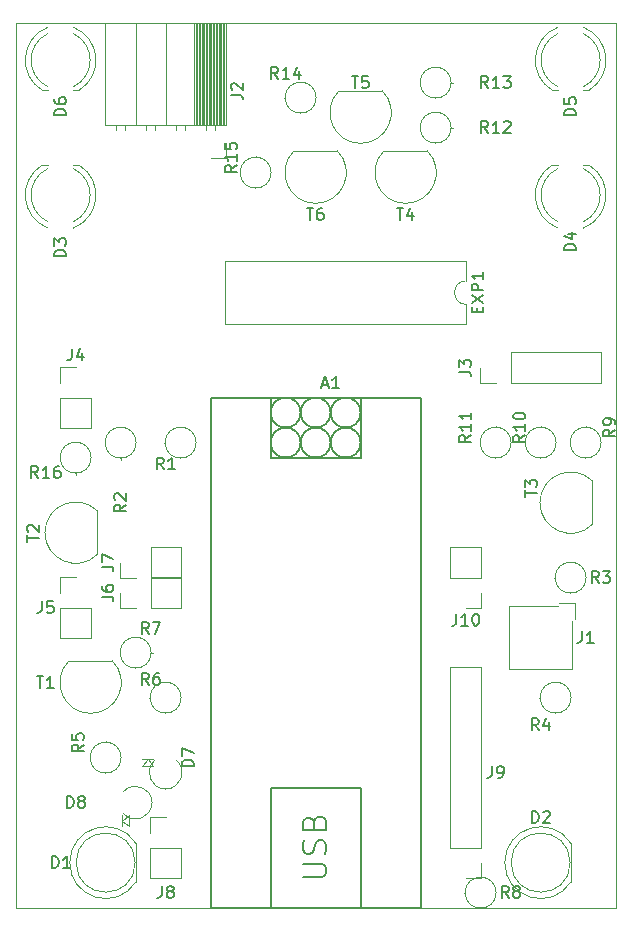
<source format=gbr>
%TF.GenerationSoftware,KiCad,Pcbnew,4.0.7-e2-6376~58~ubuntu16.04.1*%
%TF.CreationDate,2018-01-31T13:04:43+01:00*%
%TF.ProjectId,Tagger_production,5461676765725F70726F64756374696F,rev?*%
%TF.FileFunction,Legend,Top*%
%FSLAX46Y46*%
G04 Gerber Fmt 4.6, Leading zero omitted, Abs format (unit mm)*
G04 Created by KiCad (PCBNEW 4.0.7-e2-6376~58~ubuntu16.04.1) date Wed Jan 31 13:04:43 2018*
%MOMM*%
%LPD*%
G01*
G04 APERTURE LIST*
%ADD10C,0.100000*%
%ADD11C,0.150000*%
%ADD12C,0.120000*%
G04 APERTURE END LIST*
D10*
X105410000Y-63500000D02*
X54610000Y-63500000D01*
X105410000Y-138430000D02*
X105410000Y-63500000D01*
X54610000Y-138430000D02*
X105410000Y-138430000D01*
X54610000Y-138430000D02*
X54610000Y-63500000D01*
D11*
X76200000Y-135890000D02*
X76200000Y-138430000D01*
X83820000Y-135890000D02*
X83820000Y-138430000D01*
X71120000Y-135890000D02*
X71120000Y-138430000D01*
X71120000Y-138430000D02*
X88900000Y-138430000D01*
X88900000Y-138430000D02*
X88900000Y-135890000D01*
X77470000Y-128270000D02*
X76200000Y-128270000D01*
X76200000Y-128270000D02*
X76200000Y-135890000D01*
X83820000Y-134620000D02*
X83820000Y-135890000D01*
X82550000Y-128270000D02*
X83820000Y-128270000D01*
X83820000Y-128270000D02*
X83820000Y-135890000D01*
X83820000Y-135890000D02*
X83820000Y-134620000D01*
X83820000Y-99060000D02*
G75*
G03X83820000Y-99060000I-1270000J0D01*
G01*
X81280000Y-99060000D02*
G75*
G03X81280000Y-99060000I-1270000J0D01*
G01*
X78740000Y-99060000D02*
G75*
G03X78740000Y-99060000I-1270000J0D01*
G01*
X83820000Y-96520000D02*
G75*
G03X83820000Y-96520000I-1270000J0D01*
G01*
X81280000Y-96520000D02*
G75*
G03X81280000Y-96520000I-1270000J0D01*
G01*
X78740000Y-96520000D02*
G75*
G03X78740000Y-96520000I-1270000J0D01*
G01*
X76200000Y-95250000D02*
X76200000Y-100330000D01*
X76200000Y-100330000D02*
X83820000Y-100330000D01*
X83820000Y-100330000D02*
X83820000Y-95250000D01*
X71120000Y-96520000D02*
X71120000Y-95250000D01*
X71120000Y-95250000D02*
X88900000Y-95250000D01*
X88900000Y-95250000D02*
X88900000Y-96520000D01*
X71120000Y-97790000D02*
X71120000Y-96520000D01*
X88900000Y-96520000D02*
X88900000Y-97790000D01*
X77470000Y-128270000D02*
X82550000Y-128270000D01*
X71120000Y-97790000D02*
X71120000Y-135890000D01*
X88900000Y-135890000D02*
X88900000Y-97790000D01*
D12*
X59190001Y-134618042D02*
G75*
G03X64790000Y-136259512I3039999J-1958D01*
G01*
X59190001Y-134621958D02*
G75*
G02X64790000Y-132980488I3039999J1958D01*
G01*
X64730000Y-134620000D02*
G75*
G03X64730000Y-134620000I-2500000J0D01*
G01*
X64790000Y-136260000D02*
X64790000Y-132980000D01*
X96020001Y-134618042D02*
G75*
G03X101620000Y-136259512I3039999J-1958D01*
G01*
X96020001Y-134621958D02*
G75*
G02X101620000Y-132980488I3039999J1958D01*
G01*
X101560000Y-134620000D02*
G75*
G03X101560000Y-134620000I-2500000J0D01*
G01*
X101620000Y-136260000D02*
X101620000Y-132980000D01*
X59500827Y-80892815D02*
G75*
G03X59964830Y-75545000I-1080827J2787815D01*
G01*
X57339173Y-80892815D02*
G75*
G02X56875170Y-75545000I1080827J2787815D01*
G01*
X59500429Y-80359479D02*
G75*
G03X59500000Y-75850316I-1080429J2254479D01*
G01*
X57339571Y-80359479D02*
G75*
G02X57340000Y-75850316I1080429J2254479D01*
G01*
X59965000Y-75545000D02*
X59500000Y-75545000D01*
X57340000Y-75545000D02*
X56875000Y-75545000D01*
X102680827Y-80892815D02*
G75*
G03X103144830Y-75545000I-1080827J2787815D01*
G01*
X100519173Y-80892815D02*
G75*
G02X100055170Y-75545000I1080827J2787815D01*
G01*
X102680429Y-80359479D02*
G75*
G03X102680000Y-75850316I-1080429J2254479D01*
G01*
X100519571Y-80359479D02*
G75*
G02X100520000Y-75850316I1080429J2254479D01*
G01*
X103145000Y-75545000D02*
X102680000Y-75545000D01*
X100520000Y-75545000D02*
X100055000Y-75545000D01*
X100519173Y-63887185D02*
G75*
G03X100055170Y-69235000I1080827J-2787815D01*
G01*
X102680827Y-63887185D02*
G75*
G02X103144830Y-69235000I-1080827J-2787815D01*
G01*
X100519571Y-64420521D02*
G75*
G03X100520000Y-68929684I1080429J-2254479D01*
G01*
X102680429Y-64420521D02*
G75*
G02X102680000Y-68929684I-1080429J-2254479D01*
G01*
X100055000Y-69235000D02*
X100520000Y-69235000D01*
X102680000Y-69235000D02*
X103145000Y-69235000D01*
X57339173Y-63887185D02*
G75*
G03X56875170Y-69235000I1080827J-2787815D01*
G01*
X59500827Y-63887185D02*
G75*
G02X59964830Y-69235000I-1080827J-2787815D01*
G01*
X57339571Y-64420521D02*
G75*
G03X57340000Y-68929684I1080429J-2254479D01*
G01*
X59500429Y-64420521D02*
G75*
G02X59500000Y-68929684I-1080429J-2254479D01*
G01*
X56875000Y-69235000D02*
X57340000Y-69235000D01*
X59500000Y-69235000D02*
X59965000Y-69235000D01*
X66230000Y-125857000D02*
X65341000Y-125857000D01*
X65785500Y-125857000D02*
X66230000Y-126449667D01*
X66230000Y-126449667D02*
X65341000Y-126449667D01*
X65341000Y-126449667D02*
X65785500Y-125857000D01*
X66376730Y-125969367D02*
G75*
G03X68210000Y-125940189I933270J-1030633D01*
G01*
X63627000Y-130620000D02*
X63627000Y-131509000D01*
X63627000Y-131064500D02*
X64219667Y-130620000D01*
X64219667Y-130620000D02*
X64219667Y-131509000D01*
X64219667Y-131509000D02*
X63627000Y-131064500D01*
X63739367Y-130473270D02*
G75*
G03X63710189Y-128640000I1030633J933270D01*
G01*
X92770000Y-87360000D02*
G75*
G02X92770000Y-85360000I0J1000000D01*
G01*
X92770000Y-85360000D02*
X92770000Y-83710000D01*
X92770000Y-83710000D02*
X72330000Y-83710000D01*
X72330000Y-83710000D02*
X72330000Y-89010000D01*
X72330000Y-89010000D02*
X92770000Y-89010000D01*
X92770000Y-89010000D02*
X92770000Y-87360000D01*
X101750000Y-114130000D02*
X101750000Y-118260000D01*
X101750000Y-118260000D02*
X96370000Y-118260000D01*
X96370000Y-118260000D02*
X96370000Y-112880000D01*
X96370000Y-112880000D02*
X100500000Y-112880000D01*
X102000000Y-114030000D02*
X102000000Y-112630000D01*
X102000000Y-112630000D02*
X100600000Y-112630000D01*
X72450000Y-72200000D02*
X69850000Y-72200000D01*
X69850000Y-72200000D02*
X69850000Y-63570000D01*
X69850000Y-63570000D02*
X72450000Y-63570000D01*
X72450000Y-63570000D02*
X72450000Y-72200000D01*
X71500000Y-72630000D02*
X71500000Y-72200000D01*
X70740000Y-72630000D02*
X70740000Y-72200000D01*
X72270000Y-72200000D02*
X72270000Y-63570000D01*
X72150000Y-72200000D02*
X72150000Y-63570000D01*
X72030000Y-72200000D02*
X72030000Y-63570000D01*
X71910000Y-72200000D02*
X71910000Y-63570000D01*
X71790000Y-72200000D02*
X71790000Y-63570000D01*
X71670000Y-72200000D02*
X71670000Y-63570000D01*
X71550000Y-72200000D02*
X71550000Y-63570000D01*
X71430000Y-72200000D02*
X71430000Y-63570000D01*
X71310000Y-72200000D02*
X71310000Y-63570000D01*
X71190000Y-72200000D02*
X71190000Y-63570000D01*
X71070000Y-72200000D02*
X71070000Y-63570000D01*
X70950000Y-72200000D02*
X70950000Y-63570000D01*
X70830000Y-72200000D02*
X70830000Y-63570000D01*
X70710000Y-72200000D02*
X70710000Y-63570000D01*
X70590000Y-72200000D02*
X70590000Y-63570000D01*
X70470000Y-72200000D02*
X70470000Y-63570000D01*
X70350000Y-72200000D02*
X70350000Y-63570000D01*
X70230000Y-72200000D02*
X70230000Y-63570000D01*
X70110000Y-72200000D02*
X70110000Y-63570000D01*
X69990000Y-72200000D02*
X69990000Y-63570000D01*
X69870000Y-72200000D02*
X69870000Y-63570000D01*
X69750000Y-72200000D02*
X69750000Y-63570000D01*
X69850000Y-72200000D02*
X67310000Y-72200000D01*
X67310000Y-72200000D02*
X67310000Y-63570000D01*
X67310000Y-63570000D02*
X69850000Y-63570000D01*
X69850000Y-63570000D02*
X69850000Y-72200000D01*
X68960000Y-72630000D02*
X68960000Y-72200000D01*
X68200000Y-72630000D02*
X68200000Y-72200000D01*
X67310000Y-72200000D02*
X64770000Y-72200000D01*
X64770000Y-72200000D02*
X64770000Y-63570000D01*
X64770000Y-63570000D02*
X67310000Y-63570000D01*
X67310000Y-63570000D02*
X67310000Y-72200000D01*
X66420000Y-72630000D02*
X66420000Y-72200000D01*
X65660000Y-72630000D02*
X65660000Y-72200000D01*
X64770000Y-72200000D02*
X62170000Y-72200000D01*
X62170000Y-72200000D02*
X62170000Y-63570000D01*
X62170000Y-63570000D02*
X64770000Y-63570000D01*
X64770000Y-63570000D02*
X64770000Y-72200000D01*
X63880000Y-72630000D02*
X63880000Y-72200000D01*
X63120000Y-72630000D02*
X63120000Y-72200000D01*
X72390000Y-73660000D02*
X72390000Y-74930000D01*
X72390000Y-74930000D02*
X71120000Y-74930000D01*
X96520000Y-94040000D02*
X104200000Y-94040000D01*
X104200000Y-94040000D02*
X104200000Y-91380000D01*
X104200000Y-91380000D02*
X96520000Y-91380000D01*
X96520000Y-91380000D02*
X96520000Y-94040000D01*
X95250000Y-94040000D02*
X93920000Y-94040000D01*
X93920000Y-94040000D02*
X93920000Y-92710000D01*
X58360000Y-95250000D02*
X58360000Y-97850000D01*
X58360000Y-97850000D02*
X61020000Y-97850000D01*
X61020000Y-97850000D02*
X61020000Y-95250000D01*
X61020000Y-95250000D02*
X58360000Y-95250000D01*
X58360000Y-93980000D02*
X58360000Y-92650000D01*
X58360000Y-92650000D02*
X59690000Y-92650000D01*
X58360000Y-113030000D02*
X58360000Y-115630000D01*
X58360000Y-115630000D02*
X61020000Y-115630000D01*
X61020000Y-115630000D02*
X61020000Y-113030000D01*
X61020000Y-113030000D02*
X58360000Y-113030000D01*
X58360000Y-111760000D02*
X58360000Y-110430000D01*
X58360000Y-110430000D02*
X59690000Y-110430000D01*
X66040000Y-113090000D02*
X68640000Y-113090000D01*
X68640000Y-113090000D02*
X68640000Y-110430000D01*
X68640000Y-110430000D02*
X66040000Y-110430000D01*
X66040000Y-110430000D02*
X66040000Y-113090000D01*
X64770000Y-113090000D02*
X63440000Y-113090000D01*
X63440000Y-113090000D02*
X63440000Y-111760000D01*
X66040000Y-110550000D02*
X68640000Y-110550000D01*
X68640000Y-110550000D02*
X68640000Y-107890000D01*
X68640000Y-107890000D02*
X66040000Y-107890000D01*
X66040000Y-107890000D02*
X66040000Y-110550000D01*
X64770000Y-110550000D02*
X63440000Y-110550000D01*
X63440000Y-110550000D02*
X63440000Y-109220000D01*
X65980000Y-133350000D02*
X65980000Y-135950000D01*
X65980000Y-135950000D02*
X68640000Y-135950000D01*
X68640000Y-135950000D02*
X68640000Y-133350000D01*
X68640000Y-133350000D02*
X65980000Y-133350000D01*
X65980000Y-132080000D02*
X65980000Y-130750000D01*
X65980000Y-130750000D02*
X67310000Y-130750000D01*
X94040000Y-133350000D02*
X94040000Y-118050000D01*
X94040000Y-118050000D02*
X91380000Y-118050000D01*
X91380000Y-118050000D02*
X91380000Y-133350000D01*
X91380000Y-133350000D02*
X94040000Y-133350000D01*
X94040000Y-134620000D02*
X94040000Y-135950000D01*
X94040000Y-135950000D02*
X92710000Y-135950000D01*
X94040000Y-110490000D02*
X94040000Y-107890000D01*
X94040000Y-107890000D02*
X91380000Y-107890000D01*
X91380000Y-107890000D02*
X91380000Y-110490000D01*
X91380000Y-110490000D02*
X94040000Y-110490000D01*
X94040000Y-111760000D02*
X94040000Y-113090000D01*
X94040000Y-113090000D02*
X92710000Y-113090000D01*
X69890000Y-99060000D02*
G75*
G03X69890000Y-99060000I-1310000J0D01*
G01*
X67270000Y-99060000D02*
X67140000Y-99060000D01*
X64810000Y-99060000D02*
G75*
G03X64810000Y-99060000I-1310000J0D01*
G01*
X63500000Y-100370000D02*
X63500000Y-100500000D01*
X102910000Y-110490000D02*
G75*
G03X102910000Y-110490000I-1310000J0D01*
G01*
X100290000Y-110490000D02*
X100160000Y-110490000D01*
X101640000Y-120650000D02*
G75*
G03X101640000Y-120650000I-1310000J0D01*
G01*
X99020000Y-120650000D02*
X98890000Y-120650000D01*
X63540000Y-125730000D02*
G75*
G03X63540000Y-125730000I-1310000J0D01*
G01*
X62230000Y-124420000D02*
X62230000Y-124290000D01*
X68620000Y-120650000D02*
G75*
G03X68620000Y-120650000I-1310000J0D01*
G01*
X66000000Y-120650000D02*
X65870000Y-120650000D01*
X66080000Y-116840000D02*
G75*
G03X66080000Y-116840000I-1310000J0D01*
G01*
X66080000Y-116840000D02*
X66210000Y-116840000D01*
X95290000Y-137160000D02*
G75*
G03X95290000Y-137160000I-1310000J0D01*
G01*
X92670000Y-137160000D02*
X92540000Y-137160000D01*
X104180000Y-99060000D02*
G75*
G03X104180000Y-99060000I-1310000J0D01*
G01*
X102870000Y-97750000D02*
X102870000Y-97620000D01*
X100370000Y-99060000D02*
G75*
G03X100370000Y-99060000I-1310000J0D01*
G01*
X99060000Y-97750000D02*
X99060000Y-97620000D01*
X96560000Y-99060000D02*
G75*
G03X96560000Y-99060000I-1310000J0D01*
G01*
X95250000Y-97750000D02*
X95250000Y-97620000D01*
X91480000Y-72390000D02*
G75*
G03X91480000Y-72390000I-1310000J0D01*
G01*
X91480000Y-72390000D02*
X91610000Y-72390000D01*
X91480000Y-68580000D02*
G75*
G03X91480000Y-68580000I-1310000J0D01*
G01*
X91480000Y-68580000D02*
X91610000Y-68580000D01*
X80050000Y-69850000D02*
G75*
G03X80050000Y-69850000I-1310000J0D01*
G01*
X77430000Y-69850000D02*
X77300000Y-69850000D01*
X76240000Y-76200000D02*
G75*
G03X76240000Y-76200000I-1310000J0D01*
G01*
X74930000Y-74890000D02*
X74930000Y-74760000D01*
X61000000Y-100330000D02*
G75*
G03X61000000Y-100330000I-1310000J0D01*
G01*
X59690000Y-101640000D02*
X59690000Y-101770000D01*
X62760000Y-117530000D02*
X59160000Y-117530000D01*
X62798478Y-117541522D02*
G75*
G02X60960000Y-121980000I-1838478J-1838478D01*
G01*
X59121522Y-117541522D02*
G75*
G03X60960000Y-121980000I1838478J-1838478D01*
G01*
X61540000Y-108480000D02*
X61540000Y-104880000D01*
X61528478Y-108518478D02*
G75*
G02X57090000Y-106680000I-1838478J1838478D01*
G01*
X61528478Y-104841522D02*
G75*
G03X57090000Y-106680000I-1838478J-1838478D01*
G01*
X103450000Y-105940000D02*
X103450000Y-102340000D01*
X103438478Y-105978478D02*
G75*
G02X99000000Y-104140000I-1838478J1838478D01*
G01*
X103438478Y-102301522D02*
G75*
G03X99000000Y-104140000I-1838478J-1838478D01*
G01*
X89430000Y-74350000D02*
X85830000Y-74350000D01*
X89468478Y-74361522D02*
G75*
G02X87630000Y-78800000I-1838478J-1838478D01*
G01*
X85791522Y-74361522D02*
G75*
G03X87630000Y-78800000I1838478J-1838478D01*
G01*
X85620000Y-69270000D02*
X82020000Y-69270000D01*
X85658478Y-69281522D02*
G75*
G02X83820000Y-73720000I-1838478J-1838478D01*
G01*
X81981522Y-69281522D02*
G75*
G03X83820000Y-73720000I1838478J-1838478D01*
G01*
X81810000Y-74350000D02*
X78210000Y-74350000D01*
X81848478Y-74361522D02*
G75*
G02X80010000Y-78800000I-1838478J-1838478D01*
G01*
X78171522Y-74361522D02*
G75*
G03X80010000Y-78800000I1838478J-1838478D01*
G01*
D11*
X80565714Y-94146667D02*
X81041905Y-94146667D01*
X80470476Y-94432381D02*
X80803809Y-93432381D01*
X81137143Y-94432381D01*
X81994286Y-94432381D02*
X81422857Y-94432381D01*
X81708571Y-94432381D02*
X81708571Y-93432381D01*
X81613333Y-93575238D01*
X81518095Y-93670476D01*
X81422857Y-93718095D01*
X78914762Y-135873810D02*
X80533810Y-135873810D01*
X80724286Y-135778571D01*
X80819524Y-135683333D01*
X80914762Y-135492857D01*
X80914762Y-135111905D01*
X80819524Y-134921429D01*
X80724286Y-134826190D01*
X80533810Y-134730952D01*
X78914762Y-134730952D01*
X80819524Y-133873810D02*
X80914762Y-133588095D01*
X80914762Y-133111905D01*
X80819524Y-132921429D01*
X80724286Y-132826191D01*
X80533810Y-132730952D01*
X80343333Y-132730952D01*
X80152857Y-132826191D01*
X80057619Y-132921429D01*
X79962381Y-133111905D01*
X79867143Y-133492857D01*
X79771905Y-133683333D01*
X79676667Y-133778572D01*
X79486190Y-133873810D01*
X79295714Y-133873810D01*
X79105238Y-133778572D01*
X79010000Y-133683333D01*
X78914762Y-133492857D01*
X78914762Y-133016667D01*
X79010000Y-132730952D01*
X79867143Y-131207143D02*
X79962381Y-130921429D01*
X80057619Y-130826190D01*
X80248095Y-130730952D01*
X80533810Y-130730952D01*
X80724286Y-130826190D01*
X80819524Y-130921429D01*
X80914762Y-131111905D01*
X80914762Y-131873810D01*
X78914762Y-131873810D01*
X78914762Y-131207143D01*
X79010000Y-131016667D01*
X79105238Y-130921429D01*
X79295714Y-130826190D01*
X79486190Y-130826190D01*
X79676667Y-130921429D01*
X79771905Y-131016667D01*
X79867143Y-131207143D01*
X79867143Y-131873810D01*
X57681905Y-135072381D02*
X57681905Y-134072381D01*
X57920000Y-134072381D01*
X58062858Y-134120000D01*
X58158096Y-134215238D01*
X58205715Y-134310476D01*
X58253334Y-134500952D01*
X58253334Y-134643810D01*
X58205715Y-134834286D01*
X58158096Y-134929524D01*
X58062858Y-135024762D01*
X57920000Y-135072381D01*
X57681905Y-135072381D01*
X59205715Y-135072381D02*
X58634286Y-135072381D01*
X58920000Y-135072381D02*
X58920000Y-134072381D01*
X58824762Y-134215238D01*
X58729524Y-134310476D01*
X58634286Y-134358095D01*
X98321905Y-131262381D02*
X98321905Y-130262381D01*
X98560000Y-130262381D01*
X98702858Y-130310000D01*
X98798096Y-130405238D01*
X98845715Y-130500476D01*
X98893334Y-130690952D01*
X98893334Y-130833810D01*
X98845715Y-131024286D01*
X98798096Y-131119524D01*
X98702858Y-131214762D01*
X98560000Y-131262381D01*
X98321905Y-131262381D01*
X99274286Y-130357619D02*
X99321905Y-130310000D01*
X99417143Y-130262381D01*
X99655239Y-130262381D01*
X99750477Y-130310000D01*
X99798096Y-130357619D01*
X99845715Y-130452857D01*
X99845715Y-130548095D01*
X99798096Y-130690952D01*
X99226667Y-131262381D01*
X99845715Y-131262381D01*
X58872381Y-83288095D02*
X57872381Y-83288095D01*
X57872381Y-83050000D01*
X57920000Y-82907142D01*
X58015238Y-82811904D01*
X58110476Y-82764285D01*
X58300952Y-82716666D01*
X58443810Y-82716666D01*
X58634286Y-82764285D01*
X58729524Y-82811904D01*
X58824762Y-82907142D01*
X58872381Y-83050000D01*
X58872381Y-83288095D01*
X57872381Y-82383333D02*
X57872381Y-81764285D01*
X58253333Y-82097619D01*
X58253333Y-81954761D01*
X58300952Y-81859523D01*
X58348571Y-81811904D01*
X58443810Y-81764285D01*
X58681905Y-81764285D01*
X58777143Y-81811904D01*
X58824762Y-81859523D01*
X58872381Y-81954761D01*
X58872381Y-82240476D01*
X58824762Y-82335714D01*
X58777143Y-82383333D01*
X102052381Y-82788095D02*
X101052381Y-82788095D01*
X101052381Y-82550000D01*
X101100000Y-82407142D01*
X101195238Y-82311904D01*
X101290476Y-82264285D01*
X101480952Y-82216666D01*
X101623810Y-82216666D01*
X101814286Y-82264285D01*
X101909524Y-82311904D01*
X102004762Y-82407142D01*
X102052381Y-82550000D01*
X102052381Y-82788095D01*
X101385714Y-81359523D02*
X102052381Y-81359523D01*
X101004762Y-81597619D02*
X101719048Y-81835714D01*
X101719048Y-81216666D01*
X102052381Y-71358095D02*
X101052381Y-71358095D01*
X101052381Y-71120000D01*
X101100000Y-70977142D01*
X101195238Y-70881904D01*
X101290476Y-70834285D01*
X101480952Y-70786666D01*
X101623810Y-70786666D01*
X101814286Y-70834285D01*
X101909524Y-70881904D01*
X102004762Y-70977142D01*
X102052381Y-71120000D01*
X102052381Y-71358095D01*
X101052381Y-69881904D02*
X101052381Y-70358095D01*
X101528571Y-70405714D01*
X101480952Y-70358095D01*
X101433333Y-70262857D01*
X101433333Y-70024761D01*
X101480952Y-69929523D01*
X101528571Y-69881904D01*
X101623810Y-69834285D01*
X101861905Y-69834285D01*
X101957143Y-69881904D01*
X102004762Y-69929523D01*
X102052381Y-70024761D01*
X102052381Y-70262857D01*
X102004762Y-70358095D01*
X101957143Y-70405714D01*
X58872381Y-71358095D02*
X57872381Y-71358095D01*
X57872381Y-71120000D01*
X57920000Y-70977142D01*
X58015238Y-70881904D01*
X58110476Y-70834285D01*
X58300952Y-70786666D01*
X58443810Y-70786666D01*
X58634286Y-70834285D01*
X58729524Y-70881904D01*
X58824762Y-70977142D01*
X58872381Y-71120000D01*
X58872381Y-71358095D01*
X57872381Y-69929523D02*
X57872381Y-70120000D01*
X57920000Y-70215238D01*
X57967619Y-70262857D01*
X58110476Y-70358095D01*
X58300952Y-70405714D01*
X58681905Y-70405714D01*
X58777143Y-70358095D01*
X58824762Y-70310476D01*
X58872381Y-70215238D01*
X58872381Y-70024761D01*
X58824762Y-69929523D01*
X58777143Y-69881904D01*
X58681905Y-69834285D01*
X58443810Y-69834285D01*
X58348571Y-69881904D01*
X58300952Y-69929523D01*
X58253333Y-70024761D01*
X58253333Y-70215238D01*
X58300952Y-70310476D01*
X58348571Y-70358095D01*
X58443810Y-70405714D01*
X69672381Y-126468095D02*
X68672381Y-126468095D01*
X68672381Y-126230000D01*
X68720000Y-126087142D01*
X68815238Y-125991904D01*
X68910476Y-125944285D01*
X69100952Y-125896666D01*
X69243810Y-125896666D01*
X69434286Y-125944285D01*
X69529524Y-125991904D01*
X69624762Y-126087142D01*
X69672381Y-126230000D01*
X69672381Y-126468095D01*
X68672381Y-125563333D02*
X68672381Y-124896666D01*
X69672381Y-125325238D01*
X58951905Y-129992381D02*
X58951905Y-128992381D01*
X59190000Y-128992381D01*
X59332858Y-129040000D01*
X59428096Y-129135238D01*
X59475715Y-129230476D01*
X59523334Y-129420952D01*
X59523334Y-129563810D01*
X59475715Y-129754286D01*
X59428096Y-129849524D01*
X59332858Y-129944762D01*
X59190000Y-129992381D01*
X58951905Y-129992381D01*
X60094762Y-129420952D02*
X59999524Y-129373333D01*
X59951905Y-129325714D01*
X59904286Y-129230476D01*
X59904286Y-129182857D01*
X59951905Y-129087619D01*
X59999524Y-129040000D01*
X60094762Y-128992381D01*
X60285239Y-128992381D01*
X60380477Y-129040000D01*
X60428096Y-129087619D01*
X60475715Y-129182857D01*
X60475715Y-129230476D01*
X60428096Y-129325714D01*
X60380477Y-129373333D01*
X60285239Y-129420952D01*
X60094762Y-129420952D01*
X59999524Y-129468571D01*
X59951905Y-129516190D01*
X59904286Y-129611429D01*
X59904286Y-129801905D01*
X59951905Y-129897143D01*
X59999524Y-129944762D01*
X60094762Y-129992381D01*
X60285239Y-129992381D01*
X60380477Y-129944762D01*
X60428096Y-129897143D01*
X60475715Y-129801905D01*
X60475715Y-129611429D01*
X60428096Y-129516190D01*
X60380477Y-129468571D01*
X60285239Y-129420952D01*
X93698571Y-88026667D02*
X93698571Y-87693333D01*
X94222381Y-87550476D02*
X94222381Y-88026667D01*
X93222381Y-88026667D01*
X93222381Y-87550476D01*
X93222381Y-87217143D02*
X94222381Y-86550476D01*
X93222381Y-86550476D02*
X94222381Y-87217143D01*
X94222381Y-86169524D02*
X93222381Y-86169524D01*
X93222381Y-85788571D01*
X93270000Y-85693333D01*
X93317619Y-85645714D01*
X93412857Y-85598095D01*
X93555714Y-85598095D01*
X93650952Y-85645714D01*
X93698571Y-85693333D01*
X93746190Y-85788571D01*
X93746190Y-86169524D01*
X94222381Y-84645714D02*
X94222381Y-85217143D01*
X94222381Y-84931429D02*
X93222381Y-84931429D01*
X93365238Y-85026667D01*
X93460476Y-85121905D01*
X93508095Y-85217143D01*
X102536667Y-115022381D02*
X102536667Y-115736667D01*
X102489047Y-115879524D01*
X102393809Y-115974762D01*
X102250952Y-116022381D01*
X102155714Y-116022381D01*
X103536667Y-116022381D02*
X102965238Y-116022381D01*
X103250952Y-116022381D02*
X103250952Y-115022381D01*
X103155714Y-115165238D01*
X103060476Y-115260476D01*
X102965238Y-115308095D01*
X72842381Y-69613333D02*
X73556667Y-69613333D01*
X73699524Y-69660953D01*
X73794762Y-69756191D01*
X73842381Y-69899048D01*
X73842381Y-69994286D01*
X72937619Y-69184762D02*
X72890000Y-69137143D01*
X72842381Y-69041905D01*
X72842381Y-68803809D01*
X72890000Y-68708571D01*
X72937619Y-68660952D01*
X73032857Y-68613333D01*
X73128095Y-68613333D01*
X73270952Y-68660952D01*
X73842381Y-69232381D01*
X73842381Y-68613333D01*
X92162381Y-93043333D02*
X92876667Y-93043333D01*
X93019524Y-93090953D01*
X93114762Y-93186191D01*
X93162381Y-93329048D01*
X93162381Y-93424286D01*
X92162381Y-92662381D02*
X92162381Y-92043333D01*
X92543333Y-92376667D01*
X92543333Y-92233809D01*
X92590952Y-92138571D01*
X92638571Y-92090952D01*
X92733810Y-92043333D01*
X92971905Y-92043333D01*
X93067143Y-92090952D01*
X93114762Y-92138571D01*
X93162381Y-92233809D01*
X93162381Y-92519524D01*
X93114762Y-92614762D01*
X93067143Y-92662381D01*
X59356667Y-91102381D02*
X59356667Y-91816667D01*
X59309047Y-91959524D01*
X59213809Y-92054762D01*
X59070952Y-92102381D01*
X58975714Y-92102381D01*
X60261429Y-91435714D02*
X60261429Y-92102381D01*
X60023333Y-91054762D02*
X59785238Y-91769048D01*
X60404286Y-91769048D01*
X56816667Y-112482381D02*
X56816667Y-113196667D01*
X56769047Y-113339524D01*
X56673809Y-113434762D01*
X56530952Y-113482381D01*
X56435714Y-113482381D01*
X57769048Y-112482381D02*
X57292857Y-112482381D01*
X57245238Y-112958571D01*
X57292857Y-112910952D01*
X57388095Y-112863333D01*
X57626191Y-112863333D01*
X57721429Y-112910952D01*
X57769048Y-112958571D01*
X57816667Y-113053810D01*
X57816667Y-113291905D01*
X57769048Y-113387143D01*
X57721429Y-113434762D01*
X57626191Y-113482381D01*
X57388095Y-113482381D01*
X57292857Y-113434762D01*
X57245238Y-113387143D01*
X61892381Y-112093333D02*
X62606667Y-112093333D01*
X62749524Y-112140953D01*
X62844762Y-112236191D01*
X62892381Y-112379048D01*
X62892381Y-112474286D01*
X61892381Y-111188571D02*
X61892381Y-111379048D01*
X61940000Y-111474286D01*
X61987619Y-111521905D01*
X62130476Y-111617143D01*
X62320952Y-111664762D01*
X62701905Y-111664762D01*
X62797143Y-111617143D01*
X62844762Y-111569524D01*
X62892381Y-111474286D01*
X62892381Y-111283809D01*
X62844762Y-111188571D01*
X62797143Y-111140952D01*
X62701905Y-111093333D01*
X62463810Y-111093333D01*
X62368571Y-111140952D01*
X62320952Y-111188571D01*
X62273333Y-111283809D01*
X62273333Y-111474286D01*
X62320952Y-111569524D01*
X62368571Y-111617143D01*
X62463810Y-111664762D01*
X61892381Y-109553333D02*
X62606667Y-109553333D01*
X62749524Y-109600953D01*
X62844762Y-109696191D01*
X62892381Y-109839048D01*
X62892381Y-109934286D01*
X61892381Y-109172381D02*
X61892381Y-108505714D01*
X62892381Y-108934286D01*
X66976667Y-136612381D02*
X66976667Y-137326667D01*
X66929047Y-137469524D01*
X66833809Y-137564762D01*
X66690952Y-137612381D01*
X66595714Y-137612381D01*
X67595714Y-137040952D02*
X67500476Y-136993333D01*
X67452857Y-136945714D01*
X67405238Y-136850476D01*
X67405238Y-136802857D01*
X67452857Y-136707619D01*
X67500476Y-136660000D01*
X67595714Y-136612381D01*
X67786191Y-136612381D01*
X67881429Y-136660000D01*
X67929048Y-136707619D01*
X67976667Y-136802857D01*
X67976667Y-136850476D01*
X67929048Y-136945714D01*
X67881429Y-136993333D01*
X67786191Y-137040952D01*
X67595714Y-137040952D01*
X67500476Y-137088571D01*
X67452857Y-137136190D01*
X67405238Y-137231429D01*
X67405238Y-137421905D01*
X67452857Y-137517143D01*
X67500476Y-137564762D01*
X67595714Y-137612381D01*
X67786191Y-137612381D01*
X67881429Y-137564762D01*
X67929048Y-137517143D01*
X67976667Y-137421905D01*
X67976667Y-137231429D01*
X67929048Y-137136190D01*
X67881429Y-137088571D01*
X67786191Y-137040952D01*
X94916667Y-126452381D02*
X94916667Y-127166667D01*
X94869047Y-127309524D01*
X94773809Y-127404762D01*
X94630952Y-127452381D01*
X94535714Y-127452381D01*
X95440476Y-127452381D02*
X95630952Y-127452381D01*
X95726191Y-127404762D01*
X95773810Y-127357143D01*
X95869048Y-127214286D01*
X95916667Y-127023810D01*
X95916667Y-126642857D01*
X95869048Y-126547619D01*
X95821429Y-126500000D01*
X95726191Y-126452381D01*
X95535714Y-126452381D01*
X95440476Y-126500000D01*
X95392857Y-126547619D01*
X95345238Y-126642857D01*
X95345238Y-126880952D01*
X95392857Y-126976190D01*
X95440476Y-127023810D01*
X95535714Y-127071429D01*
X95726191Y-127071429D01*
X95821429Y-127023810D01*
X95869048Y-126976190D01*
X95916667Y-126880952D01*
X91900477Y-113542381D02*
X91900477Y-114256667D01*
X91852857Y-114399524D01*
X91757619Y-114494762D01*
X91614762Y-114542381D01*
X91519524Y-114542381D01*
X92900477Y-114542381D02*
X92329048Y-114542381D01*
X92614762Y-114542381D02*
X92614762Y-113542381D01*
X92519524Y-113685238D01*
X92424286Y-113780476D01*
X92329048Y-113828095D01*
X93519524Y-113542381D02*
X93614763Y-113542381D01*
X93710001Y-113590000D01*
X93757620Y-113637619D01*
X93805239Y-113732857D01*
X93852858Y-113923333D01*
X93852858Y-114161429D01*
X93805239Y-114351905D01*
X93757620Y-114447143D01*
X93710001Y-114494762D01*
X93614763Y-114542381D01*
X93519524Y-114542381D01*
X93424286Y-114494762D01*
X93376667Y-114447143D01*
X93329048Y-114351905D01*
X93281429Y-114161429D01*
X93281429Y-113923333D01*
X93329048Y-113732857D01*
X93376667Y-113637619D01*
X93424286Y-113590000D01*
X93519524Y-113542381D01*
X67143334Y-101322381D02*
X66810000Y-100846190D01*
X66571905Y-101322381D02*
X66571905Y-100322381D01*
X66952858Y-100322381D01*
X67048096Y-100370000D01*
X67095715Y-100417619D01*
X67143334Y-100512857D01*
X67143334Y-100655714D01*
X67095715Y-100750952D01*
X67048096Y-100798571D01*
X66952858Y-100846190D01*
X66571905Y-100846190D01*
X68095715Y-101322381D02*
X67524286Y-101322381D01*
X67810000Y-101322381D02*
X67810000Y-100322381D01*
X67714762Y-100465238D01*
X67619524Y-100560476D01*
X67524286Y-100608095D01*
X63952381Y-104306666D02*
X63476190Y-104640000D01*
X63952381Y-104878095D02*
X62952381Y-104878095D01*
X62952381Y-104497142D01*
X63000000Y-104401904D01*
X63047619Y-104354285D01*
X63142857Y-104306666D01*
X63285714Y-104306666D01*
X63380952Y-104354285D01*
X63428571Y-104401904D01*
X63476190Y-104497142D01*
X63476190Y-104878095D01*
X63047619Y-103925714D02*
X63000000Y-103878095D01*
X62952381Y-103782857D01*
X62952381Y-103544761D01*
X63000000Y-103449523D01*
X63047619Y-103401904D01*
X63142857Y-103354285D01*
X63238095Y-103354285D01*
X63380952Y-103401904D01*
X63952381Y-103973333D01*
X63952381Y-103354285D01*
X103973334Y-110942381D02*
X103640000Y-110466190D01*
X103401905Y-110942381D02*
X103401905Y-109942381D01*
X103782858Y-109942381D01*
X103878096Y-109990000D01*
X103925715Y-110037619D01*
X103973334Y-110132857D01*
X103973334Y-110275714D01*
X103925715Y-110370952D01*
X103878096Y-110418571D01*
X103782858Y-110466190D01*
X103401905Y-110466190D01*
X104306667Y-109942381D02*
X104925715Y-109942381D01*
X104592381Y-110323333D01*
X104735239Y-110323333D01*
X104830477Y-110370952D01*
X104878096Y-110418571D01*
X104925715Y-110513810D01*
X104925715Y-110751905D01*
X104878096Y-110847143D01*
X104830477Y-110894762D01*
X104735239Y-110942381D01*
X104449524Y-110942381D01*
X104354286Y-110894762D01*
X104306667Y-110847143D01*
X98893334Y-123412381D02*
X98560000Y-122936190D01*
X98321905Y-123412381D02*
X98321905Y-122412381D01*
X98702858Y-122412381D01*
X98798096Y-122460000D01*
X98845715Y-122507619D01*
X98893334Y-122602857D01*
X98893334Y-122745714D01*
X98845715Y-122840952D01*
X98798096Y-122888571D01*
X98702858Y-122936190D01*
X98321905Y-122936190D01*
X99750477Y-122745714D02*
X99750477Y-123412381D01*
X99512381Y-122364762D02*
X99274286Y-123079048D01*
X99893334Y-123079048D01*
X60372381Y-124626666D02*
X59896190Y-124960000D01*
X60372381Y-125198095D02*
X59372381Y-125198095D01*
X59372381Y-124817142D01*
X59420000Y-124721904D01*
X59467619Y-124674285D01*
X59562857Y-124626666D01*
X59705714Y-124626666D01*
X59800952Y-124674285D01*
X59848571Y-124721904D01*
X59896190Y-124817142D01*
X59896190Y-125198095D01*
X59372381Y-123721904D02*
X59372381Y-124198095D01*
X59848571Y-124245714D01*
X59800952Y-124198095D01*
X59753333Y-124102857D01*
X59753333Y-123864761D01*
X59800952Y-123769523D01*
X59848571Y-123721904D01*
X59943810Y-123674285D01*
X60181905Y-123674285D01*
X60277143Y-123721904D01*
X60324762Y-123769523D01*
X60372381Y-123864761D01*
X60372381Y-124102857D01*
X60324762Y-124198095D01*
X60277143Y-124245714D01*
X65873334Y-119562381D02*
X65540000Y-119086190D01*
X65301905Y-119562381D02*
X65301905Y-118562381D01*
X65682858Y-118562381D01*
X65778096Y-118610000D01*
X65825715Y-118657619D01*
X65873334Y-118752857D01*
X65873334Y-118895714D01*
X65825715Y-118990952D01*
X65778096Y-119038571D01*
X65682858Y-119086190D01*
X65301905Y-119086190D01*
X66730477Y-118562381D02*
X66540000Y-118562381D01*
X66444762Y-118610000D01*
X66397143Y-118657619D01*
X66301905Y-118800476D01*
X66254286Y-118990952D01*
X66254286Y-119371905D01*
X66301905Y-119467143D01*
X66349524Y-119514762D01*
X66444762Y-119562381D01*
X66635239Y-119562381D01*
X66730477Y-119514762D01*
X66778096Y-119467143D01*
X66825715Y-119371905D01*
X66825715Y-119133810D01*
X66778096Y-119038571D01*
X66730477Y-118990952D01*
X66635239Y-118943333D01*
X66444762Y-118943333D01*
X66349524Y-118990952D01*
X66301905Y-119038571D01*
X66254286Y-119133810D01*
X65873334Y-115252381D02*
X65540000Y-114776190D01*
X65301905Y-115252381D02*
X65301905Y-114252381D01*
X65682858Y-114252381D01*
X65778096Y-114300000D01*
X65825715Y-114347619D01*
X65873334Y-114442857D01*
X65873334Y-114585714D01*
X65825715Y-114680952D01*
X65778096Y-114728571D01*
X65682858Y-114776190D01*
X65301905Y-114776190D01*
X66206667Y-114252381D02*
X66873334Y-114252381D01*
X66444762Y-115252381D01*
X96353334Y-137612381D02*
X96020000Y-137136190D01*
X95781905Y-137612381D02*
X95781905Y-136612381D01*
X96162858Y-136612381D01*
X96258096Y-136660000D01*
X96305715Y-136707619D01*
X96353334Y-136802857D01*
X96353334Y-136945714D01*
X96305715Y-137040952D01*
X96258096Y-137088571D01*
X96162858Y-137136190D01*
X95781905Y-137136190D01*
X96924762Y-137040952D02*
X96829524Y-136993333D01*
X96781905Y-136945714D01*
X96734286Y-136850476D01*
X96734286Y-136802857D01*
X96781905Y-136707619D01*
X96829524Y-136660000D01*
X96924762Y-136612381D01*
X97115239Y-136612381D01*
X97210477Y-136660000D01*
X97258096Y-136707619D01*
X97305715Y-136802857D01*
X97305715Y-136850476D01*
X97258096Y-136945714D01*
X97210477Y-136993333D01*
X97115239Y-137040952D01*
X96924762Y-137040952D01*
X96829524Y-137088571D01*
X96781905Y-137136190D01*
X96734286Y-137231429D01*
X96734286Y-137421905D01*
X96781905Y-137517143D01*
X96829524Y-137564762D01*
X96924762Y-137612381D01*
X97115239Y-137612381D01*
X97210477Y-137564762D01*
X97258096Y-137517143D01*
X97305715Y-137421905D01*
X97305715Y-137231429D01*
X97258096Y-137136190D01*
X97210477Y-137088571D01*
X97115239Y-137040952D01*
X105362381Y-97956666D02*
X104886190Y-98290000D01*
X105362381Y-98528095D02*
X104362381Y-98528095D01*
X104362381Y-98147142D01*
X104410000Y-98051904D01*
X104457619Y-98004285D01*
X104552857Y-97956666D01*
X104695714Y-97956666D01*
X104790952Y-98004285D01*
X104838571Y-98051904D01*
X104886190Y-98147142D01*
X104886190Y-98528095D01*
X105362381Y-97480476D02*
X105362381Y-97290000D01*
X105314762Y-97194761D01*
X105267143Y-97147142D01*
X105124286Y-97051904D01*
X104933810Y-97004285D01*
X104552857Y-97004285D01*
X104457619Y-97051904D01*
X104410000Y-97099523D01*
X104362381Y-97194761D01*
X104362381Y-97385238D01*
X104410000Y-97480476D01*
X104457619Y-97528095D01*
X104552857Y-97575714D01*
X104790952Y-97575714D01*
X104886190Y-97528095D01*
X104933810Y-97480476D01*
X104981429Y-97385238D01*
X104981429Y-97194761D01*
X104933810Y-97099523D01*
X104886190Y-97051904D01*
X104790952Y-97004285D01*
X97742381Y-98432857D02*
X97266190Y-98766191D01*
X97742381Y-99004286D02*
X96742381Y-99004286D01*
X96742381Y-98623333D01*
X96790000Y-98528095D01*
X96837619Y-98480476D01*
X96932857Y-98432857D01*
X97075714Y-98432857D01*
X97170952Y-98480476D01*
X97218571Y-98528095D01*
X97266190Y-98623333D01*
X97266190Y-99004286D01*
X97742381Y-97480476D02*
X97742381Y-98051905D01*
X97742381Y-97766191D02*
X96742381Y-97766191D01*
X96885238Y-97861429D01*
X96980476Y-97956667D01*
X97028095Y-98051905D01*
X96742381Y-96861429D02*
X96742381Y-96766190D01*
X96790000Y-96670952D01*
X96837619Y-96623333D01*
X96932857Y-96575714D01*
X97123333Y-96528095D01*
X97361429Y-96528095D01*
X97551905Y-96575714D01*
X97647143Y-96623333D01*
X97694762Y-96670952D01*
X97742381Y-96766190D01*
X97742381Y-96861429D01*
X97694762Y-96956667D01*
X97647143Y-97004286D01*
X97551905Y-97051905D01*
X97361429Y-97099524D01*
X97123333Y-97099524D01*
X96932857Y-97051905D01*
X96837619Y-97004286D01*
X96790000Y-96956667D01*
X96742381Y-96861429D01*
X93162381Y-98432857D02*
X92686190Y-98766191D01*
X93162381Y-99004286D02*
X92162381Y-99004286D01*
X92162381Y-98623333D01*
X92210000Y-98528095D01*
X92257619Y-98480476D01*
X92352857Y-98432857D01*
X92495714Y-98432857D01*
X92590952Y-98480476D01*
X92638571Y-98528095D01*
X92686190Y-98623333D01*
X92686190Y-99004286D01*
X93162381Y-97480476D02*
X93162381Y-98051905D01*
X93162381Y-97766191D02*
X92162381Y-97766191D01*
X92305238Y-97861429D01*
X92400476Y-97956667D01*
X92448095Y-98051905D01*
X93162381Y-96528095D02*
X93162381Y-97099524D01*
X93162381Y-96813810D02*
X92162381Y-96813810D01*
X92305238Y-96909048D01*
X92400476Y-97004286D01*
X92448095Y-97099524D01*
X94607143Y-72842381D02*
X94273809Y-72366190D01*
X94035714Y-72842381D02*
X94035714Y-71842381D01*
X94416667Y-71842381D01*
X94511905Y-71890000D01*
X94559524Y-71937619D01*
X94607143Y-72032857D01*
X94607143Y-72175714D01*
X94559524Y-72270952D01*
X94511905Y-72318571D01*
X94416667Y-72366190D01*
X94035714Y-72366190D01*
X95559524Y-72842381D02*
X94988095Y-72842381D01*
X95273809Y-72842381D02*
X95273809Y-71842381D01*
X95178571Y-71985238D01*
X95083333Y-72080476D01*
X94988095Y-72128095D01*
X95940476Y-71937619D02*
X95988095Y-71890000D01*
X96083333Y-71842381D01*
X96321429Y-71842381D01*
X96416667Y-71890000D01*
X96464286Y-71937619D01*
X96511905Y-72032857D01*
X96511905Y-72128095D01*
X96464286Y-72270952D01*
X95892857Y-72842381D01*
X96511905Y-72842381D01*
X94607143Y-69032381D02*
X94273809Y-68556190D01*
X94035714Y-69032381D02*
X94035714Y-68032381D01*
X94416667Y-68032381D01*
X94511905Y-68080000D01*
X94559524Y-68127619D01*
X94607143Y-68222857D01*
X94607143Y-68365714D01*
X94559524Y-68460952D01*
X94511905Y-68508571D01*
X94416667Y-68556190D01*
X94035714Y-68556190D01*
X95559524Y-69032381D02*
X94988095Y-69032381D01*
X95273809Y-69032381D02*
X95273809Y-68032381D01*
X95178571Y-68175238D01*
X95083333Y-68270476D01*
X94988095Y-68318095D01*
X95892857Y-68032381D02*
X96511905Y-68032381D01*
X96178571Y-68413333D01*
X96321429Y-68413333D01*
X96416667Y-68460952D01*
X96464286Y-68508571D01*
X96511905Y-68603810D01*
X96511905Y-68841905D01*
X96464286Y-68937143D01*
X96416667Y-68984762D01*
X96321429Y-69032381D01*
X96035714Y-69032381D01*
X95940476Y-68984762D01*
X95892857Y-68937143D01*
X76827143Y-68262381D02*
X76493809Y-67786190D01*
X76255714Y-68262381D02*
X76255714Y-67262381D01*
X76636667Y-67262381D01*
X76731905Y-67310000D01*
X76779524Y-67357619D01*
X76827143Y-67452857D01*
X76827143Y-67595714D01*
X76779524Y-67690952D01*
X76731905Y-67738571D01*
X76636667Y-67786190D01*
X76255714Y-67786190D01*
X77779524Y-68262381D02*
X77208095Y-68262381D01*
X77493809Y-68262381D02*
X77493809Y-67262381D01*
X77398571Y-67405238D01*
X77303333Y-67500476D01*
X77208095Y-67548095D01*
X78636667Y-67595714D02*
X78636667Y-68262381D01*
X78398571Y-67214762D02*
X78160476Y-67929048D01*
X78779524Y-67929048D01*
X73342381Y-75572857D02*
X72866190Y-75906191D01*
X73342381Y-76144286D02*
X72342381Y-76144286D01*
X72342381Y-75763333D01*
X72390000Y-75668095D01*
X72437619Y-75620476D01*
X72532857Y-75572857D01*
X72675714Y-75572857D01*
X72770952Y-75620476D01*
X72818571Y-75668095D01*
X72866190Y-75763333D01*
X72866190Y-76144286D01*
X73342381Y-74620476D02*
X73342381Y-75191905D01*
X73342381Y-74906191D02*
X72342381Y-74906191D01*
X72485238Y-75001429D01*
X72580476Y-75096667D01*
X72628095Y-75191905D01*
X72342381Y-73715714D02*
X72342381Y-74191905D01*
X72818571Y-74239524D01*
X72770952Y-74191905D01*
X72723333Y-74096667D01*
X72723333Y-73858571D01*
X72770952Y-73763333D01*
X72818571Y-73715714D01*
X72913810Y-73668095D01*
X73151905Y-73668095D01*
X73247143Y-73715714D01*
X73294762Y-73763333D01*
X73342381Y-73858571D01*
X73342381Y-74096667D01*
X73294762Y-74191905D01*
X73247143Y-74239524D01*
X56507143Y-102052381D02*
X56173809Y-101576190D01*
X55935714Y-102052381D02*
X55935714Y-101052381D01*
X56316667Y-101052381D01*
X56411905Y-101100000D01*
X56459524Y-101147619D01*
X56507143Y-101242857D01*
X56507143Y-101385714D01*
X56459524Y-101480952D01*
X56411905Y-101528571D01*
X56316667Y-101576190D01*
X55935714Y-101576190D01*
X57459524Y-102052381D02*
X56888095Y-102052381D01*
X57173809Y-102052381D02*
X57173809Y-101052381D01*
X57078571Y-101195238D01*
X56983333Y-101290476D01*
X56888095Y-101338095D01*
X58316667Y-101052381D02*
X58126190Y-101052381D01*
X58030952Y-101100000D01*
X57983333Y-101147619D01*
X57888095Y-101290476D01*
X57840476Y-101480952D01*
X57840476Y-101861905D01*
X57888095Y-101957143D01*
X57935714Y-102004762D01*
X58030952Y-102052381D01*
X58221429Y-102052381D01*
X58316667Y-102004762D01*
X58364286Y-101957143D01*
X58411905Y-101861905D01*
X58411905Y-101623810D01*
X58364286Y-101528571D01*
X58316667Y-101480952D01*
X58221429Y-101433333D01*
X58030952Y-101433333D01*
X57935714Y-101480952D01*
X57888095Y-101528571D01*
X57840476Y-101623810D01*
X56388095Y-118832381D02*
X56959524Y-118832381D01*
X56673809Y-119832381D02*
X56673809Y-118832381D01*
X57816667Y-119832381D02*
X57245238Y-119832381D01*
X57530952Y-119832381D02*
X57530952Y-118832381D01*
X57435714Y-118975238D01*
X57340476Y-119070476D01*
X57245238Y-119118095D01*
X55582381Y-107441905D02*
X55582381Y-106870476D01*
X56582381Y-107156191D02*
X55582381Y-107156191D01*
X55677619Y-106584762D02*
X55630000Y-106537143D01*
X55582381Y-106441905D01*
X55582381Y-106203809D01*
X55630000Y-106108571D01*
X55677619Y-106060952D01*
X55772857Y-106013333D01*
X55868095Y-106013333D01*
X56010952Y-106060952D01*
X56582381Y-106632381D01*
X56582381Y-106013333D01*
X97742381Y-103631905D02*
X97742381Y-103060476D01*
X98742381Y-103346191D02*
X97742381Y-103346191D01*
X97742381Y-102822381D02*
X97742381Y-102203333D01*
X98123333Y-102536667D01*
X98123333Y-102393809D01*
X98170952Y-102298571D01*
X98218571Y-102250952D01*
X98313810Y-102203333D01*
X98551905Y-102203333D01*
X98647143Y-102250952D01*
X98694762Y-102298571D01*
X98742381Y-102393809D01*
X98742381Y-102679524D01*
X98694762Y-102774762D01*
X98647143Y-102822381D01*
X86868095Y-79212381D02*
X87439524Y-79212381D01*
X87153809Y-80212381D02*
X87153809Y-79212381D01*
X88201429Y-79545714D02*
X88201429Y-80212381D01*
X87963333Y-79164762D02*
X87725238Y-79879048D01*
X88344286Y-79879048D01*
X83058095Y-68032381D02*
X83629524Y-68032381D01*
X83343809Y-69032381D02*
X83343809Y-68032381D01*
X84439048Y-68032381D02*
X83962857Y-68032381D01*
X83915238Y-68508571D01*
X83962857Y-68460952D01*
X84058095Y-68413333D01*
X84296191Y-68413333D01*
X84391429Y-68460952D01*
X84439048Y-68508571D01*
X84486667Y-68603810D01*
X84486667Y-68841905D01*
X84439048Y-68937143D01*
X84391429Y-68984762D01*
X84296191Y-69032381D01*
X84058095Y-69032381D01*
X83962857Y-68984762D01*
X83915238Y-68937143D01*
X79248095Y-79212381D02*
X79819524Y-79212381D01*
X79533809Y-80212381D02*
X79533809Y-79212381D01*
X80581429Y-79212381D02*
X80390952Y-79212381D01*
X80295714Y-79260000D01*
X80248095Y-79307619D01*
X80152857Y-79450476D01*
X80105238Y-79640952D01*
X80105238Y-80021905D01*
X80152857Y-80117143D01*
X80200476Y-80164762D01*
X80295714Y-80212381D01*
X80486191Y-80212381D01*
X80581429Y-80164762D01*
X80629048Y-80117143D01*
X80676667Y-80021905D01*
X80676667Y-79783810D01*
X80629048Y-79688571D01*
X80581429Y-79640952D01*
X80486191Y-79593333D01*
X80295714Y-79593333D01*
X80200476Y-79640952D01*
X80152857Y-79688571D01*
X80105238Y-79783810D01*
M02*

</source>
